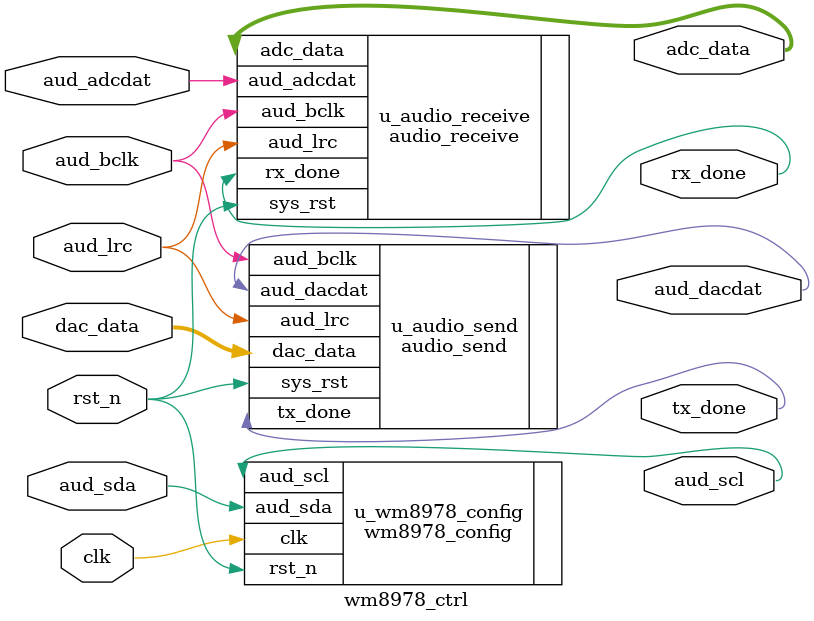
<source format=v>
/*
1/7/2021
Created by ALIENTEK
modified by Zyy Zhou (22670661)
*/
/*
this module is to connect the wm8978 configuration module, the audio receive module
the audio send module with the WM8978 chip's interface.
used for ELEC5552 design2 project
*/
module wm8978_ctrl(
    input                clk        ,   
    input                rst_n      ,  
    
    //audio interface(mast  
    input                aud_bclk   ,   // clk for WM8978 chip
    input                aud_lrc    ,   // synchronization signal
    input                aud_adcdat ,   // audio input
    output               aud_dacdat ,   // audio output
    
    //control interfac  
    output               aud_scl    ,   // SCL signal for the IIC protocol
    inout                aud_sda    ,   // SDA signal for the IIC protocol
    
    //user i    
    output     [31:0]    adc_data   ,   // audio input signal, give it to the 
    input      [31:0]    dac_data   ,   // audio output signal, give it to this interface and send out
    output               rx_done    ,   
    output               tx_done        // indicatig signal, send to nothing at this stage of development
);

//parameter define
parameter    WL = 6'd32;                // word length of datas in a frame

//*****************************************************
//**                    main code
//*****************************************************
wm8978_config #(
    .WL             (WL)
) u_wm8978_config(
    .clk            (clk),               
    .rst_n          (rst_n),                    
    .aud_scl        (aud_scl),          // SDL for IIC protocol
    .aud_sda        (aud_sda)           // SDA for IIC protocol
);

//module to receive audio data
audio_receive #(
    .WL             (WL)
) u_audio_receive(    
    .sys_rst        (rst_n),            
    
    .aud_bclk       (aud_bclk),         // clk signal for WM8978 chip
    .aud_lrc        (aud_lrc),          // synchronization signal
    .aud_adcdat     (aud_adcdat),       // audio input
        
    .adc_data       (adc_data),         // duaio data being sent to the sender
    .rx_done        (rx_done)           // signal indicating that a frame is completed
);

//module to send audio data
audio_send #(
    .WL             (WL)
) u_audio_send(
    .sys_rst        (rst_n),     
        
    .aud_bclk       (aud_bclk),         // clk signal for WM8978 chip
    .aud_lrc        (aud_lrc),          // synchronization signal
    .aud_dacdat     (aud_dacdat),       // Audio data output
        
    .dac_data       (dac_data),         // registers comming from the receiver
    .tx_done        (tx_done)           //signal indicating that a frame of signal has been sent
);

endmodule 
</source>
